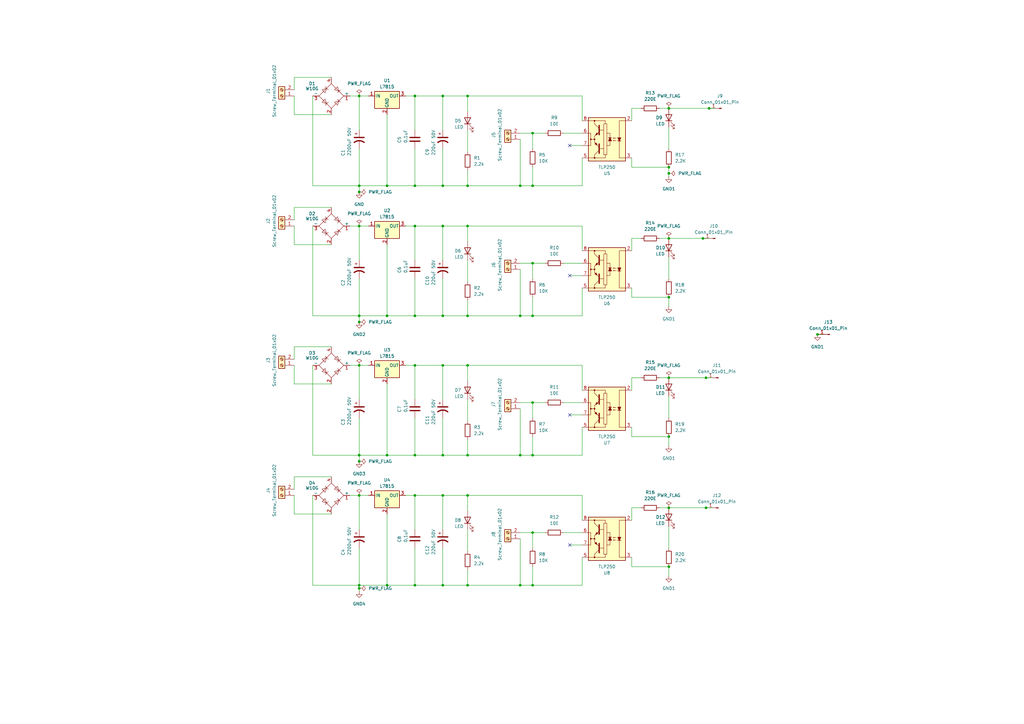
<source format=kicad_sch>
(kicad_sch (version 20231120) (generator "eeschema") (generator_version "8.0")
  (paper "A3")
  (title_block (title "Combined Gate Driver Circuit - 4 nos") (rev "1") (company "SAAM"))
  (lib_symbols
    (symbol "Connector:Conn_01x01_Pin" (pin_names (offset 1.016) hide)
      (property "Reference" "J" (at 0 2.54 0))
      (property "Value" "Conn_01x01_Pin" (at 0 -2.54 0))
      (symbol "Conn_01x01_Pin_1_1"
        (polyline (pts (xy 1.27 0) (xy 0.8636 0)) (stroke (width 0.1524)))
        (rectangle (start 0.8636 0.127) (end 0 -0.127) (stroke (width 0.1524)) (fill (type outline)))
        (pin passive line (at 5.08 0 180) (length 3.81) (name "Pin_1") (number "1"))
      )
    )
    (symbol "Connector:Screw_Terminal_01x02" (pin_names (offset 1.016) hide)
      (property "Reference" "J" (at 0 2.54 0))
      (property "Value" "Screw_Terminal_01x02" (at 0 -5.08 0))
      (symbol "Screw_Terminal_01x02_1_1"
        (rectangle (start -1.27 1.27) (end 1.27 -3.81) (stroke (width 0.254)) (fill (type background)))
        (circle (center 0 -2.54) (radius 0.635) (stroke (width 0.1524)))
        (polyline (pts (xy -0.5334 -2.2098) (xy 0.3302 -3.048)) (stroke (width 0.1524)))
        (polyline (pts (xy -0.5334 0.3302) (xy 0.3302 -0.508)) (stroke (width 0.1524)))
        (polyline (pts (xy -0.3556 -2.032) (xy 0.508 -2.8702)) (stroke (width 0.1524)))
        (polyline (pts (xy -0.3556 0.508) (xy 0.508 -0.3302)) (stroke (width 0.1524)))
        (circle (center 0 0) (radius 0.635) (stroke (width 0.1524)))
        (pin passive line (at -5.08 0 0) (length 3.81) (name "Pin_1") (number "1"))
        (pin passive line (at -5.08 -2.54 0) (length 3.81) (name "Pin_2") (number "2"))
      )
    )
    (symbol "Device:C" (pin_numbers hide) (pin_names (offset 0.254))
      (property "Reference" "C" (at 0.635 2.54 0))
      (property "Value" "C" (at 0.635 -2.54 0))
      (symbol "C_0_1"
        (polyline (pts (xy -2.032 -0.762) (xy 2.032 -0.762)) (stroke (width 0.508)))
        (polyline (pts (xy -2.032 0.762) (xy 2.032 0.762)) (stroke (width 0.508)))
      )
      (symbol "C_1_1"
        (pin passive line (at 0 3.81 270) (length 2.794) (name "~") (number "1"))
        (pin passive line (at 0 -3.81 90) (length 2.794) (name "~") (number "2"))
      )
    )
    (symbol "Device:C_Polarized_US" (pin_numbers hide) (pin_names (offset 0.254) hide)
      (property "Reference" "C" (at 0.635 2.54 0))
      (property "Value" "C_Polarized_US" (at 0.635 -2.54 0))
      (symbol "C_Polarized_US_0_1"
        (polyline (pts (xy -2.032 0.762) (xy 2.032 0.762)) (stroke (width 0.508)))
        (polyline (pts (xy -1.778 2.286) (xy -0.762 2.286)))
        (polyline (pts (xy -1.27 1.778) (xy -1.27 2.794)))
        (arc (start 2.032 -1.27) (mid 0 -0.5572) (end -2.032 -1.27) (stroke (width 0.508)))
      )
      (symbol "C_Polarized_US_1_1"
        (pin passive line (at 0 3.81 270) (length 2.794) (name "~") (number "1"))
        (pin passive line (at 0 -3.81 90) (length 3.302) (name "~") (number "2"))
      )
    )
    (symbol "Device:LED" (pin_numbers hide) (pin_names (offset 1.016) hide)
      (property "Reference" "D" (at 0 2.54 0))
      (property "Value" "LED" (at 0 -2.54 0))
      (symbol "LED_0_1"
        (polyline (pts (xy -1.27 -1.27) (xy -1.27 1.27)) (stroke (width 0.254)))
        (polyline (pts (xy -1.27 0) (xy 1.27 0)))
        (polyline (pts (xy 1.27 -1.27) (xy 1.27 1.27) (xy -1.27 0) (xy 1.27 -1.27)) (stroke (width 0.254)))
        (polyline (pts (xy -3.048 -0.762) (xy -4.572 -2.286) (xy -3.81 -2.286) (xy -4.572 -2.286) (xy -4.572 -1.524)))
        (polyline (pts (xy -1.778 -0.762) (xy -3.302 -2.286) (xy -2.54 -2.286) (xy -3.302 -2.286) (xy -3.302 -1.524)))
      )
      (symbol "LED_1_1"
        (pin passive line (at -3.81 0 0) (length 2.54) (name "K") (number "1"))
        (pin passive line (at 3.81 0 180) (length 2.54) (name "A") (number "2"))
      )
    )
    (symbol "Device:R" (pin_numbers hide) (pin_names (offset 0))
      (property "Reference" "R" (at 2.032 0 90))
      (property "Value" "R" (at 0 0 90))
      (symbol "R_0_1"
        (rectangle (start -1.016 -2.54) (end 1.016 2.54) (stroke (width 0.254)))
      )
      (symbol "R_1_1"
        (pin passive line (at 0 3.81 270) (length 1.27) (name "~") (number "1"))
        (pin passive line (at 0 -3.81 90) (length 1.27) (name "~") (number "2"))
      )
    )
    (symbol "Diode_Bridge:W10G" (pin_names (offset 0))
      (property "Reference" "D" (at 2.54 6.985 0))
      (property "Value" "W10G" (at 2.54 5.08 0))
      (symbol "W10G_0_1"
        (polyline (pts (xy -2.54 3.81) (xy -1.27 2.54)))
        (polyline (pts (xy -1.27 -2.54) (xy -2.54 -3.81)))
        (polyline (pts (xy 2.54 -1.27) (xy 3.81 -2.54)))
        (polyline (pts (xy 2.54 1.27) (xy 3.81 2.54)))
        (polyline (pts (xy -3.81 2.54) (xy -2.54 1.27) (xy -1.905 3.175) (xy -3.81 2.54)))
        (polyline (pts (xy -2.54 -1.27) (xy -3.81 -2.54) (xy -1.905 -3.175) (xy -2.54 -1.27)))
        (polyline (pts (xy 1.27 2.54) (xy 2.54 3.81) (xy 3.175 1.905) (xy 1.27 2.54)))
        (polyline (pts (xy 3.175 -1.905) (xy 1.27 -2.54) (xy 2.54 -3.81) (xy 3.175 -1.905)))
        (polyline (pts (xy -5.08 0) (xy 0 -5.08) (xy 5.08 0) (xy 0 5.08) (xy -5.08 0)))
      )
      (symbol "W10G_1_1"
        (pin passive line (at 7.62 0 180) (length 2.54) (name "+") (number "1"))
        (pin passive line (at 0 -7.62 90) (length 2.54) (name "~") (number "2"))
        (pin passive line (at -7.62 0 0) (length 2.54) (name "-") (number "3"))
        (pin passive line (at 0 7.62 270) (length 2.54) (name "~") (number "4"))
      )
    )
    (symbol "Driver_FET:TLP250" (pin_names hide)
      (property "Reference" "U" (at 0 12.7 0))
      (property "Value" "TLP250" (at 0 10.16 0))
      (symbol "TLP250_0_1"
        (rectangle (start -7.62 8.89) (end 7.62 -8.89) (stroke (width 0.254)) (fill (type background)))
        (polyline (pts (xy -5.715 -0.635) (xy -4.445 -0.635)) (stroke (width 0.254)))
        (polyline (pts (xy -0.635 0.635) (xy -1.905 0.635)) (stroke (width 0.254)))
        (polyline (pts (xy 3.048 -3.81) (xy 1.27 -3.81)))
        (polyline (pts (xy 3.048 3.81) (xy 1.27 3.81)))
        (polyline (pts (xy 3.175 -4.445) (xy 5.08 -6.35)))
        (polyline (pts (xy 3.175 4.445) (xy 5.08 6.35)))
        (polyline (pts (xy 5.08 -6.35) (xy 5.08 -7.62)))
        (polyline (pts (xy 5.08 -1.27) (xy 3.175 -3.175)) (fill (type outline)))
        (polyline (pts (xy 5.08 0) (xy 6.604 0)))
        (polyline (pts (xy 5.08 1.27) (xy 3.175 3.175)) (fill (type outline)))
        (polyline (pts (xy 5.08 6.35) (xy 5.08 7.62)))
        (polyline (pts (xy 7.62 7.62) (xy 0.635 7.62)))
        (polyline (pts (xy -1.27 -0.635) (xy -1.27 -2.54) (xy 0 -2.54)))
        (polyline (pts (xy -1.27 0.635) (xy -1.27 2.54) (xy 0 2.54)))
        (polyline (pts (xy 0.635 -6.35) (xy 0.635 -7.62) (xy 7.62 -7.62)))
        (polyline (pts (xy 3.175 -5.715) (xy 3.175 -1.905) (xy 3.175 -1.905)) (stroke (width 0.508)))
        (polyline (pts (xy 3.175 5.715) (xy 3.175 1.905) (xy 3.175 1.905)) (stroke (width 0.508)))
        (polyline (pts (xy -7.62 7.62) (xy -5.08 7.62) (xy -5.08 -7.62) (xy -7.62 -7.62)))
        (polyline (pts (xy -5.08 -0.635) (xy -5.715 0.635) (xy -4.445 0.635) (xy -5.08 -0.635)) (stroke (width 0.254)) (fill (type outline)))
        (polyline (pts (xy -1.27 0.635) (xy -0.635 -0.635) (xy -1.905 -0.635) (xy -1.27 0.635)) (stroke (width 0.254)) (fill (type outline)))
        (polyline (pts (xy 7.62 2.54) (xy 6.604 2.54) (xy 6.604 -2.54) (xy 7.62 -2.54)))
        (polyline (pts (xy -3.81 -0.508) (xy -2.54 -0.508) (xy -2.921 -0.635) (xy -2.921 -0.381) (xy -2.54 -0.508)))
        (polyline (pts (xy -3.81 0.508) (xy -2.54 0.508) (xy -2.921 0.381) (xy -2.921 0.635) (xy -2.54 0.508)))
        (polyline (pts (xy 1.27 6.35) (xy 1.27 -6.35) (xy 0 -6.35) (xy 0 6.35) (xy 1.27 6.35)))
        (polyline (pts (xy 3.683 2.159) (xy 4.191 2.667) (xy 4.699 1.651) (xy 3.683 2.159) (xy 3.683 2.159)) (fill (type outline)))
        (polyline (pts (xy 4.953 -1.905) (xy 4.445 -1.397) (xy 3.937 -2.413) (xy 4.953 -1.905) (xy 4.953 -1.905)) (fill (type outline)))
        (rectangle (start 0.635 6.35) (end 0.635 6.35))
        (rectangle (start 0.635 6.35) (end 0.635 7.62))
        (circle (center 5.08 -7.62) (radius 0.254) (fill (type outline)))
        (circle (center 5.08 0) (radius 0.254) (fill (type outline)))
        (rectangle (start 5.08 1.27) (end 5.08 -1.27))
        (circle (center 5.08 7.62) (radius 0.254) (fill (type outline)))
        (circle (center 6.604 0) (radius 0.254) (fill (type outline)))
      )
      (symbol "TLP250_1_1"
        (pin no_connect line (at -7.62 2.54 0) (length 2.54) hide (name "NC") (number "1"))
        (pin passive line (at -10.16 7.62 0) (length 2.54) (name "A") (number "2"))
        (pin passive line (at -10.16 -7.62 0) (length 2.54) (name "C") (number "3"))
        (pin no_connect line (at -7.62 -2.54 0) (length 2.54) hide (name "NC") (number "4"))
        (pin power_in line (at 10.16 -7.62 180) (length 2.54) (name "VEE") (number "5"))
        (pin output line (at 10.16 2.54 180) (length 2.54) (name "VO") (number "6"))
        (pin output line (at 10.16 -2.54 180) (length 2.54) (name "VO") (number "7"))
        (pin power_in line (at 10.16 7.62 180) (length 2.54) (name "VCC") (number "8"))
      )
    )
    (symbol "Regulator_Linear:L7815" (pin_names (offset 0.254))
      (property "Reference" "U" (at -3.81 3.175 0))
      (property "Value" "L7815" (at 0 3.175 0))
      (symbol "L7815_0_1"
        (rectangle (start -5.08 1.905) (end 5.08 -5.08) (stroke (width 0.254)) (fill (type background)))
      )
      (symbol "L7815_1_1"
        (pin power_in line (at -7.62 0 0) (length 2.54) (name "IN") (number "1"))
        (pin power_in line (at 0 -7.62 90) (length 2.54) (name "GND") (number "2"))
        (pin power_out line (at 7.62 0 180) (length 2.54) (name "OUT") (number "3"))
      )
    )
    (symbol "power:GND" (power) (pin_numbers hide) (pin_names (offset 0) hide)
      (property "Value" "GND" (at 0 -3.81 0))
      (symbol "GND_0_1"
        (polyline (pts (xy 0 0) (xy 0 -1.27) (xy 1.27 -1.27) (xy 0 -2.54) (xy -1.27 -1.27) (xy 0 -1.27)))
      )
      (symbol "GND_1_1"
        (pin power_in line (at 0 0 270) (length 0) (name "~") (number "1"))
      )
    )
    (symbol "power:GND2" (power) (pin_numbers hide) (pin_names (offset 0) hide)
      (property "Value" "GND2" (at 0 -3.81 0))
      (symbol "GND2_0_1"
        (polyline (pts (xy 0 0) (xy 0 -1.27) (xy 1.27 -1.27) (xy 0 -2.54) (xy -1.27 -1.27) (xy 0 -1.27)))
      )
      (symbol "GND2_1_1"
        (pin power_in line (at 0 0 270) (length 0) (name "~") (number "1"))
      )
    )
    (symbol "power:GND3" (power) (pin_numbers hide) (pin_names (offset 0) hide)
      (property "Value" "GND3" (at 0 -3.81 0))
      (symbol "GND3_0_1"
        (polyline (pts (xy 0 0) (xy 0 -1.27) (xy 1.27 -1.27) (xy 0 -2.54) (xy -1.27 -1.27) (xy 0 -1.27)))
      )
      (symbol "GND3_1_1"
        (pin power_in line (at 0 0 270) (length 0) (name "~") (number "1"))
      )
    )
    (symbol "power:PWR_FLAG" (power) (pin_numbers hide) (pin_names (offset 0) hide)
      (property "Value" "PWR_FLAG" (at 0 3.81 0))
      (symbol "PWR_FLAG_0_0"
        (pin power_out line (at 0 0 90) (length 0) (name "~") (number "1"))
      )
      (symbol "PWR_FLAG_0_1"
        (polyline (pts (xy 0 0) (xy 0 1.27) (xy -1.016 1.905) (xy 0 2.54) (xy 1.016 1.905) (xy 0 1.27)))
      )
    )
  )
  (junction (at 170.18 186.69))
  (junction (at 288.29 97.79))
  (junction (at 181.61 186.69))
  (junction (at 147.32 39.37))
  (junction (at 147.32 76.2))
  (junction (at 170.18 149.86))
  (junction (at 147.32 241.3))
  (junction (at 191.77 203.2))
  (junction (at 191.77 92.71))
  (junction (at 289.56 208.28))
  (junction (at 191.77 39.37))
  (junction (at 274.32 44.45))
  (junction (at 158.75 129.54))
  (junction (at 218.44 165.1))
  (junction (at 274.32 68.58))
  (junction (at 170.18 129.54))
  (junction (at 218.44 107.95))
  (junction (at 147.32 189.23))
  (junction (at 181.61 92.71))
  (junction (at 191.77 149.86))
  (junction (at 218.44 54.61))
  (junction (at 289.56 154.94))
  (junction (at 218.44 218.44))
  (junction (at 213.36 129.54))
  (junction (at 170.18 76.2))
  (junction (at 274.32 97.79))
  (junction (at 191.77 186.69))
  (junction (at 147.32 240.03))
  (junction (at 290.83 44.45))
  (junction (at 274.32 232.41))
  (junction (at 147.32 186.69))
  (junction (at 170.18 240.03))
  (junction (at 181.61 149.86))
  (junction (at 191.77 129.54))
  (junction (at 181.61 203.2))
  (junction (at 181.61 39.37))
  (junction (at 191.77 76.2))
  (junction (at 274.32 208.28))
  (junction (at 274.32 121.92))
  (junction (at 181.61 240.03))
  (junction (at 158.75 240.03))
  (junction (at 170.18 92.71))
  (junction (at 218.44 186.69))
  (junction (at 147.32 203.2))
  (junction (at 181.61 76.2))
  (junction (at 213.36 186.69))
  (junction (at 274.32 154.94))
  (junction (at 218.44 240.03))
  (junction (at 147.32 149.86))
  (junction (at 170.18 203.2))
  (junction (at 218.44 76.2))
  (junction (at 158.75 186.69))
  (junction (at 170.18 39.37))
  (junction (at 147.32 78.74))
  (junction (at 158.75 76.2))
  (junction (at 213.36 76.2))
  (junction (at 218.44 129.54))
  (junction (at 274.32 71.12))
  (junction (at 335.28 137.16))
  (junction (at 274.32 179.07))
  (junction (at 147.32 132.08))
  (junction (at 181.61 129.54))
  (junction (at 147.32 92.71))
  (junction (at 147.32 129.54))
  (junction (at 213.36 240.03))
  (junction (at 191.77 240.03))
  (no_connect (at 233.68 223.52))
  (no_connect (at 233.68 59.69))
  (no_connect (at 233.68 113.03))
  (no_connect (at 233.68 170.18))
  (wire (pts (xy 213.36 54.61) (xy 218.44 54.61)))
  (wire (pts (xy 231.14 54.61) (xy 238.76 54.61)))
  (wire (pts (xy 128.27 240.03) (xy 147.32 240.03)))
  (wire (pts (xy 147.32 129.54) (xy 147.32 132.08)))
  (wire (pts (xy 218.44 165.1) (xy 218.44 171.45)))
  (wire (pts (xy 233.68 113.03) (xy 238.76 113.03)))
  (wire (pts (xy 120.65 36.83) (xy 120.65 31.75)))
  (wire (pts (xy 259.08 232.41) (xy 274.32 232.41)))
  (wire (pts (xy 191.77 69.85) (xy 191.77 76.2)))
  (wire (pts (xy 158.75 46.99) (xy 158.75 76.2)))
  (wire (pts (xy 238.76 160.02) (xy 238.76 149.86)))
  (wire (pts (xy 120.65 142.24) (xy 135.89 142.24)))
  (wire (pts (xy 120.65 100.33) (xy 135.89 100.33)))
  (wire (pts (xy 238.76 228.6) (xy 238.76 240.03)))
  (wire (pts (xy 191.77 123.19) (xy 191.77 129.54)))
  (wire (pts (xy 218.44 179.07) (xy 218.44 186.69)))
  (wire (pts (xy 147.32 39.37) (xy 151.13 39.37)))
  (wire (pts (xy 158.75 129.54) (xy 170.18 129.54)))
  (wire (pts (xy 231.14 218.44) (xy 238.76 218.44)))
  (wire (pts (xy 170.18 39.37) (xy 170.18 53.34)))
  (wire (pts (xy 166.37 92.71) (xy 170.18 92.71)))
  (wire (pts (xy 191.77 45.72) (xy 191.77 39.37)))
  (wire (pts (xy 218.44 107.95) (xy 223.52 107.95)))
  (wire (pts (xy 128.27 76.2) (xy 147.32 76.2)))
  (wire (pts (xy 289.56 208.28) (xy 292.1 208.28)))
  (wire (pts (xy 213.36 129.54) (xy 218.44 129.54)))
  (wire (pts (xy 274.32 232.41) (xy 274.32 236.22)))
  (wire (pts (xy 147.32 76.2) (xy 158.75 76.2)))
  (wire (pts (xy 170.18 76.2) (xy 181.61 76.2)))
  (wire (pts (xy 120.65 46.99) (xy 135.89 46.99)))
  (wire (pts (xy 270.51 97.79) (xy 274.32 97.79)))
  (wire (pts (xy 147.32 129.54) (xy 147.32 114.3)))
  (wire (pts (xy 213.36 240.03) (xy 218.44 240.03)))
  (wire (pts (xy 213.36 167.64) (xy 213.36 186.69)))
  (wire (pts (xy 259.08 118.11) (xy 259.08 121.92)))
  (wire (pts (xy 181.61 163.83) (xy 181.61 149.86)))
  (wire (pts (xy 170.18 203.2) (xy 181.61 203.2)))
  (wire (pts (xy 191.77 53.34) (xy 191.77 62.23)))
  (wire (pts (xy 238.76 213.36) (xy 238.76 203.2)))
  (wire (pts (xy 274.32 162.56) (xy 274.32 171.45)))
  (wire (pts (xy 259.08 160.02) (xy 259.08 154.94)))
  (wire (pts (xy 270.51 154.94) (xy 274.32 154.94)))
  (wire (pts (xy 120.65 90.17) (xy 120.65 85.09)))
  (wire (pts (xy 238.76 102.87) (xy 238.76 92.71)))
  (wire (pts (xy 120.65 203.2) (xy 120.65 210.82)))
  (wire (pts (xy 147.32 203.2) (xy 147.32 217.17)))
  (wire (pts (xy 147.32 39.37) (xy 147.32 53.34)))
  (wire (pts (xy 238.76 118.11) (xy 238.76 129.54)))
  (wire (pts (xy 218.44 54.61) (xy 223.52 54.61)))
  (wire (pts (xy 259.08 213.36) (xy 259.08 208.28)))
  (wire (pts (xy 147.32 203.2) (xy 151.13 203.2)))
  (wire (pts (xy 158.75 76.2) (xy 170.18 76.2)))
  (wire (pts (xy 231.14 165.1) (xy 238.76 165.1)))
  (wire (pts (xy 231.14 107.95) (xy 238.76 107.95)))
  (wire (pts (xy 191.77 203.2) (xy 238.76 203.2)))
  (wire (pts (xy 158.75 157.48) (xy 158.75 186.69)))
  (wire (pts (xy 191.77 163.83) (xy 191.77 172.72)))
  (wire (pts (xy 120.65 92.71) (xy 120.65 100.33)))
  (wire (pts (xy 147.32 186.69) (xy 147.32 171.45)))
  (wire (pts (xy 181.61 129.54) (xy 191.77 129.54)))
  (wire (pts (xy 128.27 203.2) (xy 128.27 240.03)))
  (wire (pts (xy 274.32 105.41) (xy 274.32 114.3)))
  (wire (pts (xy 147.32 149.86) (xy 151.13 149.86)))
  (wire (pts (xy 128.27 39.37) (xy 128.27 76.2)))
  (wire (pts (xy 191.77 186.69) (xy 213.36 186.69)))
  (wire (pts (xy 147.32 129.54) (xy 158.75 129.54)))
  (wire (pts (xy 259.08 175.26) (xy 259.08 179.07)))
  (wire (pts (xy 170.18 92.71) (xy 181.61 92.71)))
  (wire (pts (xy 170.18 203.2) (xy 170.18 217.17)))
  (wire (pts (xy 233.68 170.18) (xy 238.76 170.18)))
  (wire (pts (xy 213.36 186.69) (xy 218.44 186.69)))
  (wire (pts (xy 147.32 240.03) (xy 158.75 240.03)))
  (wire (pts (xy 120.65 85.09) (xy 135.89 85.09)))
  (wire (pts (xy 120.65 195.58) (xy 135.89 195.58)))
  (wire (pts (xy 120.65 210.82) (xy 135.89 210.82)))
  (wire (pts (xy 238.76 49.53) (xy 238.76 39.37)))
  (wire (pts (xy 213.36 220.98) (xy 213.36 240.03)))
  (wire (pts (xy 274.32 121.92) (xy 274.32 125.73)))
  (wire (pts (xy 218.44 240.03) (xy 238.76 240.03)))
  (wire (pts (xy 191.77 149.86) (xy 238.76 149.86)))
  (wire (pts (xy 259.08 154.94) (xy 262.89 154.94)))
  (wire (pts (xy 128.27 92.71) (xy 128.27 129.54)))
  (wire (pts (xy 218.44 218.44) (xy 218.44 224.79)))
  (wire (pts (xy 170.18 114.3) (xy 170.18 129.54)))
  (wire (pts (xy 147.32 92.71) (xy 151.13 92.71)))
  (wire (pts (xy 259.08 179.07) (xy 274.32 179.07)))
  (wire (pts (xy 233.68 59.69) (xy 238.76 59.69)))
  (wire (pts (xy 181.61 240.03) (xy 191.77 240.03)))
  (wire (pts (xy 213.36 110.49) (xy 213.36 129.54)))
  (wire (pts (xy 218.44 54.61) (xy 218.44 60.96)))
  (wire (pts (xy 166.37 39.37) (xy 170.18 39.37)))
  (wire (pts (xy 218.44 129.54) (xy 238.76 129.54)))
  (wire (pts (xy 158.75 186.69) (xy 170.18 186.69)))
  (wire (pts (xy 218.44 218.44) (xy 223.52 218.44)))
  (wire (pts (xy 170.18 129.54) (xy 181.61 129.54)))
  (wire (pts (xy 181.61 203.2) (xy 191.77 203.2)))
  (wire (pts (xy 181.61 60.96) (xy 181.61 76.2)))
  (wire (pts (xy 143.51 203.2) (xy 147.32 203.2)))
  (wire (pts (xy 147.32 240.03) (xy 147.32 241.3)))
  (wire (pts (xy 147.32 76.2) (xy 147.32 78.74)))
  (wire (pts (xy 274.32 52.07) (xy 274.32 60.96)))
  (wire (pts (xy 288.29 97.79) (xy 290.83 97.79)))
  (wire (pts (xy 170.18 149.86) (xy 181.61 149.86)))
  (wire (pts (xy 120.65 31.75) (xy 135.89 31.75)))
  (wire (pts (xy 147.32 186.69) (xy 147.32 189.23)))
  (wire (pts (xy 335.28 137.16) (xy 337.82 137.16)))
  (wire (pts (xy 289.56 154.94) (xy 274.32 154.94)))
  (wire (pts (xy 147.32 149.86) (xy 147.32 163.83)))
  (wire (pts (xy 181.61 92.71) (xy 191.77 92.71)))
  (wire (pts (xy 166.37 149.86) (xy 170.18 149.86)))
  (wire (pts (xy 218.44 165.1) (xy 223.52 165.1)))
  (wire (pts (xy 213.36 57.15) (xy 213.36 76.2)))
  (wire (pts (xy 170.18 186.69) (xy 181.61 186.69)))
  (wire (pts (xy 259.08 121.92) (xy 274.32 121.92)))
  (wire (pts (xy 218.44 232.41) (xy 218.44 240.03)))
  (wire (pts (xy 181.61 39.37) (xy 191.77 39.37)))
  (wire (pts (xy 170.18 149.86) (xy 170.18 163.83)))
  (wire (pts (xy 166.37 203.2) (xy 170.18 203.2)))
  (wire (pts (xy 213.36 76.2) (xy 218.44 76.2)))
  (wire (pts (xy 213.36 107.95) (xy 218.44 107.95)))
  (wire (pts (xy 128.27 149.86) (xy 128.27 186.69)))
  (wire (pts (xy 158.75 210.82) (xy 158.75 240.03)))
  (wire (pts (xy 191.77 76.2) (xy 213.36 76.2)))
  (wire (pts (xy 259.08 228.6) (xy 259.08 232.41)))
  (wire (pts (xy 170.18 39.37) (xy 181.61 39.37)))
  (wire (pts (xy 259.08 64.77) (xy 259.08 68.58)))
  (wire (pts (xy 191.77 99.06) (xy 191.77 92.71)))
  (wire (pts (xy 181.61 217.17) (xy 181.61 203.2)))
  (wire (pts (xy 181.61 53.34) (xy 181.61 39.37)))
  (wire (pts (xy 120.65 200.66) (xy 120.65 195.58)))
  (wire (pts (xy 288.29 97.79) (xy 274.32 97.79)))
  (wire (pts (xy 128.27 129.54) (xy 147.32 129.54)))
  (wire (pts (xy 120.65 149.86) (xy 120.65 157.48)))
  (wire (pts (xy 191.77 209.55) (xy 191.77 203.2)))
  (wire (pts (xy 120.65 157.48) (xy 135.89 157.48)))
  (wire (pts (xy 274.32 179.07) (xy 274.32 182.88)))
  (wire (pts (xy 181.61 186.69) (xy 191.77 186.69)))
  (wire (pts (xy 213.36 165.1) (xy 218.44 165.1)))
  (wire (pts (xy 238.76 64.77) (xy 238.76 76.2)))
  (wire (pts (xy 191.77 156.21) (xy 191.77 149.86)))
  (wire (pts (xy 289.56 208.28) (xy 274.32 208.28)))
  (wire (pts (xy 274.32 215.9) (xy 274.32 224.79)))
  (wire (pts (xy 191.77 217.17) (xy 191.77 226.06)))
  (wire (pts (xy 289.56 154.94) (xy 292.1 154.94)))
  (wire (pts (xy 191.77 129.54) (xy 213.36 129.54)))
  (wire (pts (xy 181.61 114.3) (xy 181.61 129.54)))
  (wire (pts (xy 218.44 107.95) (xy 218.44 114.3)))
  (wire (pts (xy 191.77 180.34) (xy 191.77 186.69)))
  (wire (pts (xy 259.08 97.79) (xy 262.89 97.79)))
  (wire (pts (xy 259.08 208.28) (xy 262.89 208.28)))
  (wire (pts (xy 170.18 92.71) (xy 170.18 106.68)))
  (wire (pts (xy 170.18 171.45) (xy 170.18 186.69)))
  (wire (pts (xy 218.44 186.69) (xy 238.76 186.69)))
  (wire (pts (xy 290.83 44.45) (xy 293.37 44.45)))
  (wire (pts (xy 147.32 241.3) (xy 147.32 242.57)))
  (wire (pts (xy 181.61 76.2) (xy 191.77 76.2)))
  (wire (pts (xy 170.18 224.79) (xy 170.18 240.03)))
  (wire (pts (xy 259.08 68.58) (xy 274.32 68.58)))
  (wire (pts (xy 191.77 233.68) (xy 191.77 240.03)))
  (wire (pts (xy 238.76 175.26) (xy 238.76 186.69)))
  (wire (pts (xy 147.32 240.03) (xy 147.32 224.79)))
  (wire (pts (xy 191.77 106.68) (xy 191.77 115.57)))
  (wire (pts (xy 128.27 186.69) (xy 147.32 186.69)))
  (wire (pts (xy 259.08 49.53) (xy 259.08 44.45)))
  (wire (pts (xy 181.61 171.45) (xy 181.61 186.69)))
  (wire (pts (xy 274.32 68.58) (xy 274.32 71.12)))
  (wire (pts (xy 147.32 92.71) (xy 147.32 106.68)))
  (wire (pts (xy 170.18 240.03) (xy 181.61 240.03)))
  (wire (pts (xy 181.61 224.79) (xy 181.61 240.03)))
  (wire (pts (xy 259.08 44.45) (xy 262.89 44.45)))
  (wire (pts (xy 170.18 60.96) (xy 170.18 76.2)))
  (wire (pts (xy 218.44 76.2) (xy 238.76 76.2)))
  (wire (pts (xy 143.51 92.71) (xy 147.32 92.71)))
  (wire (pts (xy 218.44 68.58) (xy 218.44 76.2)))
  (wire (pts (xy 158.75 240.03) (xy 170.18 240.03)))
  (wire (pts (xy 233.68 223.52) (xy 238.76 223.52)))
  (wire (pts (xy 213.36 218.44) (xy 218.44 218.44)))
  (wire (pts (xy 120.65 147.32) (xy 120.65 142.24)))
  (wire (pts (xy 191.77 240.03) (xy 213.36 240.03)))
  (wire (pts (xy 158.75 100.33) (xy 158.75 129.54)))
  (wire (pts (xy 181.61 106.68) (xy 181.61 92.71)))
  (wire (pts (xy 191.77 39.37) (xy 238.76 39.37)))
  (wire (pts (xy 147.32 76.2) (xy 147.32 60.96)))
  (wire (pts (xy 191.77 92.71) (xy 238.76 92.71)))
  (wire (pts (xy 143.51 149.86) (xy 147.32 149.86)))
  (wire (pts (xy 274.32 71.12) (xy 274.32 72.39)))
  (wire (pts (xy 120.65 39.37) (xy 120.65 46.99)))
  (wire (pts (xy 270.51 44.45) (xy 274.32 44.45)))
  (wire (pts (xy 147.32 186.69) (xy 158.75 186.69)))
  (wire (pts (xy 181.61 149.86) (xy 191.77 149.86)))
  (wire (pts (xy 259.08 102.87) (xy 259.08 97.79)))
  (wire (pts (xy 290.83 44.45) (xy 274.32 44.45)))
  (wire (pts (xy 218.44 121.92) (xy 218.44 129.54)))
  (wire (pts (xy 270.51 208.28) (xy 274.32 208.28)))
  (wire (pts (xy 143.51 39.37) (xy 147.32 39.37)))
  (symbol (lib_id "Diode_Bridge:W10G") (at 135.89 92.71 0) (unit 1)
    (property "Reference" "D2" (at 128.016 87.63 0))
    (property "Value" "W10G" (at 128.016 89.662 0))
    (property "Footprint" "Diode_THT:Diode_Bridge_Round_D9.8mm" (effects (hide yes)))
    (property "Datasheet" "https://www.vishay.com/docs/88769/woo5g.pdf" (effects (hide yes)))
    (property "Description" "Glass Passivated Single-Phase Bridge Rectifier, 700V Vrms, 1.5A If, WOG package" (effects (hide yes)))
  )
  (symbol (lib_id "power:GND") (at 274.32 182.88 0) (unit 1)
    (property "Reference" "#PWR07" (effects (hide yes)))
    (property "Value" "GND1" (at 274.32 187.96 0))
    (property "Description" "Power symbol creates a global label with name \"GND\" , ground" (effects (hide yes)))
  )
  (symbol (lib_id "Device:C_Polarized_US") (at 181.61 167.64 0) (unit 1)
    (property "Reference" "C11" (at 175.26 174.244 90) (effects (justify left)))
    (property "Value" "220uF 50V" (at 177.8 174.244 90) (effects (justify left)))
    (property "Footprint" "Capacitor_THT:CP_Radial_D10.0mm_P5.00mm" (effects (hide yes)))
    (property "Description" "Polarized capacitor, US symbol" (effects (hide yes)))
  )
  (symbol (lib_id "Device:R") (at 191.77 66.04 0) (unit 1)
    (property "Reference" "R1" (at 194.31 64.7699 0) (effects (justify left)))
    (property "Value" "2.2k" (at 194.31 67.3099 0) (effects (justify left)))
    (property "Footprint" "Resistor_THT:R_Axial_DIN0207_L6.3mm_D2.5mm_P10.16mm_Horizontal" (effects (hide yes)))
    (property "Description" "Resistor" (effects (hide yes)))
  )
  (symbol (lib_id "Device:R") (at 218.44 175.26 0) (unit 1)
    (property "Reference" "R7" (at 220.98 173.9899 0) (effects (justify left)))
    (property "Value" "10K" (at 220.98 176.5299 0) (effects (justify left)))
    (property "Footprint" "Resistor_THT:R_Axial_DIN0207_L6.3mm_D2.5mm_P10.16mm_Horizontal" (effects (hide yes)))
    (property "Description" "Resistor" (effects (hide yes)))
  )
  (symbol (lib_id "Device:R") (at 218.44 228.6 0) (unit 1)
    (property "Reference" "R8" (at 220.98 227.3299 0) (effects (justify left)))
    (property "Value" "10K" (at 220.98 229.8699 0) (effects (justify left)))
    (property "Footprint" "Resistor_THT:R_Axial_DIN0207_L6.3mm_D2.5mm_P10.16mm_Horizontal" (effects (hide yes)))
    (property "Description" "Resistor" (effects (hide yes)))
  )
  (symbol (lib_id "power:GND2") (at 147.32 132.08 0) (unit 1)
    (property "Reference" "#PWR010" (effects (hide yes)))
    (property "Value" "GND2" (at 147.32 137.16 0))
    (property "Description" "Power symbol creates a global label with name \"GND2\" , ground" (effects (hide yes)))
  )
  (symbol (lib_id "Device:R") (at 191.77 229.87 0) (unit 1)
    (property "Reference" "R4" (at 194.31 228.5999 0) (effects (justify left)))
    (property "Value" "2.2k" (at 194.31 231.1399 0) (effects (justify left)))
    (property "Footprint" "Resistor_THT:R_Axial_DIN0207_L6.3mm_D2.5mm_P10.16mm_Horizontal" (effects (hide yes)))
    (property "Description" "Resistor" (effects (hide yes)))
  )
  (symbol (lib_id "Diode_Bridge:W10G") (at 135.89 149.86 0) (unit 1)
    (property "Reference" "D3" (at 128.016 144.78 0))
    (property "Value" "W10G" (at 128.016 146.812 0))
    (property "Footprint" "Diode_THT:Diode_Bridge_Round_D9.8mm" (effects (hide yes)))
    (property "Datasheet" "https://www.vishay.com/docs/88769/woo5g.pdf" (effects (hide yes)))
    (property "Description" "Glass Passivated Single-Phase Bridge Rectifier, 700V Vrms, 1.5A If, WOG package" (effects (hide yes)))
  )
  (symbol (lib_id "Regulator_Linear:L7815") (at 158.75 92.71 0) (unit 1)
    (property "Reference" "U2" (at 158.75 86.36 0))
    (property "Value" "L7815" (at 158.75 88.9 0))
    (property "Footprint" "Package_TO_SOT_THT:TO-220-3_Vertical" (effects (hide yes)))
    (property "Datasheet" "http://www.st.com/content/ccc/resource/technical/document/datasheet/41/4f/b3/b0/12/d4/47/88/CD00000444.pdf/files/CD00000444.pdf/jcr:content/translations/en.CD00000444.pdf" (effects (hide yes)))
    (property "Description" "Positive 1.5A 35V Linear Regulator, Fixed Output 15V, TO-220/TO-263/TO-252" (effects (hide yes)))
  )
  (symbol (lib_id "Driver_FET:TLP250") (at 248.92 220.98 0) (mirror y) (unit 1)
    (property "Reference" "U8" (at 248.92 234.95 0))
    (property "Value" "TLP250" (at 248.92 232.41 0))
    (property "Footprint" "Package_DIP:DIP-8_W7.62mm" (effects (hide yes)))
    (property "Datasheet" "http://toshiba.semicon-storage.com/info/docget.jsp?did=16821&prodName=TLP250" (effects (hide yes)))
    (property "Description" "Gate Drive Optocoupler, Output Current 1.5/1.5A, DIP-8" (effects (hide yes)))
  )
  (symbol (lib_id "Diode_Bridge:W10G") (at 135.89 39.37 0) (unit 1)
    (property "Reference" "D1" (at 128.016 34.29 0))
    (property "Value" "W10G" (at 128.016 36.322 0))
    (property "Footprint" "Diode_THT:Diode_Bridge_Round_D9.8mm" (effects (hide yes)))
    (property "Datasheet" "https://www.vishay.com/docs/88769/woo5g.pdf" (effects (hide yes)))
    (property "Description" "Glass Passivated Single-Phase Bridge Rectifier, 700V Vrms, 1.5A If, WOG package" (effects (hide yes)))
  )
  (symbol (lib_id "Device:R") (at 266.7 97.79 90) (unit 1)
    (property "Reference" "R14" (at 266.7 91.44 90))
    (property "Value" "220E" (at 266.7 93.98 90))
    (property "Footprint" "Resistor_THT:R_Axial_DIN0207_L6.3mm_D2.5mm_P10.16mm_Horizontal" (effects (hide yes)))
    (property "Description" "Resistor" (effects (hide yes)))
  )
  (symbol (lib_id "Device:R") (at 227.33 107.95 90) (unit 1)
    (property "Reference" "R10" (at 227.33 101.6 90))
    (property "Value" "10E" (at 227.33 104.14 90))
    (property "Footprint" "Resistor_THT:R_Axial_DIN0207_L6.3mm_D2.5mm_P10.16mm_Horizontal" (effects (hide yes)))
    (property "Description" "Resistor" (effects (hide yes)))
  )
  (symbol (lib_id "Device:C_Polarized_US") (at 181.61 57.15 0) (unit 1)
    (property "Reference" "C9" (at 175.26 63.754 90) (effects (justify left)))
    (property "Value" "220uF 50V" (at 177.8 63.754 90) (effects (justify left)))
    (property "Footprint" "Capacitor_THT:CP_Radial_D10.0mm_P5.00mm" (effects (hide yes)))
    (property "Description" "Polarized capacitor, US symbol" (effects (hide yes)))
  )
  (symbol (lib_id "Driver_FET:TLP250") (at 248.92 57.15 0) (mirror y) (unit 1)
    (property "Reference" "U5" (at 248.92 71.12 0))
    (property "Value" "TLP250" (at 248.92 68.58 0))
    (property "Footprint" "Package_DIP:DIP-8_W7.62mm" (effects (hide yes)))
    (property "Datasheet" "http://toshiba.semicon-storage.com/info/docget.jsp?did=16821&prodName=TLP250" (effects (hide yes)))
    (property "Description" "Gate Drive Optocoupler, Output Current 1.5/1.5A, DIP-8" (effects (hide yes)))
  )
  (symbol (lib_id "Device:R") (at 218.44 64.77 0) (unit 1)
    (property "Reference" "R5" (at 220.98 63.4999 0) (effects (justify left)))
    (property "Value" "10K" (at 220.98 66.0399 0) (effects (justify left)))
    (property "Footprint" "Resistor_THT:R_Axial_DIN0207_L6.3mm_D2.5mm_P10.16mm_Horizontal" (effects (hide yes)))
    (property "Description" "Resistor" (effects (hide yes)))
  )
  (symbol (lib_id "Connector:Screw_Terminal_01x02") (at 115.57 149.86 180) (unit 1)
    (property "Reference" "J3" (at 109.982 147.828 90))
    (property "Value" "Screw_Terminal_01x02" (at 112.522 147.828 90))
    (property "Footprint" "TerminalBlock_Phoenix:TerminalBlock_Phoenix_MKDS-1,5-2_1x02_P5.00mm_Horizontal" (effects (hide yes)))
    (property "Description" "Generic screw terminal, single row, 01x02, script generated (kicad-library-utils/schlib/autogen/connector/)" (effects (hide yes)))
  )
  (symbol (lib_id "Device:LED") (at 274.32 48.26 90) (unit 1)
    (property "Reference" "D9" (at 268.986 48.26 90) (effects (justify right)))
    (property "Value" "LED" (at 268.986 50.8 90) (effects (justify right)))
    (property "Footprint" "LED_THT:LED_D5.0mm" (effects (hide yes)))
    (property "Description" "Light emitting diode" (effects (hide yes)))
  )
  (symbol (lib_id "power:GND") (at 274.32 72.39 0) (unit 1)
    (property "Reference" "#PWR05" (effects (hide yes)))
    (property "Value" "GND1" (at 274.32 77.47 0))
    (property "Description" "Power symbol creates a global label with name \"GND\" , ground" (effects (hide yes)))
  )
  (symbol (lib_id "Connector:Screw_Terminal_01x02") (at 208.28 220.98 180) (unit 1)
    (property "Reference" "J8" (at 202.438 219.202 90))
    (property "Value" "Screw_Terminal_01x02" (at 204.978 219.202 90))
    (property "Footprint" "TerminalBlock_Phoenix:TerminalBlock_Phoenix_MKDS-1,5-2_1x02_P5.00mm_Horizontal" (effects (hide yes)))
    (property "Description" "Generic screw terminal, single row, 01x02, script generated (kicad-library-utils/schlib/autogen/connector/)" (effects (hide yes)))
  )
  (symbol (lib_id "power:PWR_FLAG") (at 274.32 44.45 0) (unit 1)
    (property "Reference" "#FLG09" (effects (hide yes)))
    (property "Value" "PWR_FLAG" (at 274.32 39.37 0))
    (property "Description" "Special symbol for telling ERC where power comes from" (effects (hide yes)))
  )
  (symbol (lib_id "power:GND") (at 147.32 78.74 0) (unit 1)
    (property "Reference" "#PWR01" (effects (hide yes)))
    (property "Value" "GND" (at 147.32 83.82 0))
    (property "Description" "Power symbol creates a global label with name \"GND\" , ground" (effects (hide yes)))
  )
  (symbol (lib_id "Device:R") (at 191.77 119.38 0) (unit 1)
    (property "Reference" "R2" (at 194.31 118.1099 0) (effects (justify left)))
    (property "Value" "2.2k" (at 194.31 120.6499 0) (effects (justify left)))
    (property "Footprint" "Resistor_THT:R_Axial_DIN0207_L6.3mm_D2.5mm_P10.16mm_Horizontal" (effects (hide yes)))
    (property "Description" "Resistor" (effects (hide yes)))
  )
  (symbol (lib_id "Device:C_Polarized_US") (at 147.32 57.15 0) (unit 1)
    (property "Reference" "C1" (at 140.716 64.008 90) (effects (justify left)))
    (property "Value" "2200uF 50V" (at 143.256 64.008 90) (effects (justify left)))
    (property "Footprint" "Capacitor_THT:CP_Radial_D18.0mm_P7.50mm" (effects (hide yes)))
    (property "Description" "Polarized capacitor, US symbol" (effects (hide yes)))
  )
  (symbol (lib_id "Device:R") (at 266.7 208.28 90) (unit 1)
    (property "Reference" "R16" (at 266.7 201.93 90))
    (property "Value" "220E" (at 266.7 204.47 90))
    (property "Footprint" "Resistor_THT:R_Axial_DIN0207_L6.3mm_D2.5mm_P10.16mm_Horizontal" (effects (hide yes)))
    (property "Description" "Resistor" (effects (hide yes)))
  )
  (symbol (lib_id "power:PWR_FLAG") (at 274.32 71.12 270) (unit 1)
    (property "Reference" "#FLG04" (effects (hide yes)))
    (property "Value" "PWR_FLAG" (at 278.13 71.1199 90) (effects (justify left)))
    (property "Description" "Special symbol for telling ERC where power comes from" (effects (hide yes)))
  )
  (symbol (lib_id "power:PWR_FLAG") (at 147.32 78.74 270) (unit 1)
    (property "Reference" "#FLG02" (effects (hide yes)))
    (property "Value" "PWR_FLAG" (at 151.13 78.7399 90) (effects (justify left)))
    (property "Description" "Special symbol for telling ERC where power comes from" (effects (hide yes)))
  )
  (symbol (lib_id "Device:C") (at 170.18 57.15 0) (unit 1)
    (property "Reference" "C5" (at 163.83 58.674 90) (effects (justify left)))
    (property "Value" "0.1uF" (at 166.37 58.674 90) (effects (justify left)))
    (property "Footprint" "Capacitor_THT:C_Disc_D7.5mm_W5.0mm_P5.00mm" (effects (hide yes)))
    (property "Description" "Unpolarized capacitor" (effects (hide yes)))
  )
  (symbol (lib_id "Device:LED") (at 274.32 212.09 90) (unit 1)
    (property "Reference" "D12" (at 268.986 212.09 90) (effects (justify right)))
    (property "Value" "LED" (at 268.986 214.63 90) (effects (justify right)))
    (property "Footprint" "LED_THT:LED_D5.0mm" (effects (hide yes)))
    (property "Description" "Light emitting diode" (effects (hide yes)))
  )
  (symbol (lib_id "Device:LED") (at 191.77 160.02 90) (unit 1)
    (property "Reference" "D7" (at 186.436 160.02 90) (effects (justify right)))
    (property "Value" "LED" (at 186.436 162.56 90) (effects (justify right)))
    (property "Footprint" "LED_THT:LED_D5.0mm" (effects (hide yes)))
    (property "Description" "Light emitting diode" (effects (hide yes)))
  )
  (symbol (lib_id "Device:LED") (at 274.32 101.6 90) (unit 1)
    (property "Reference" "D10" (at 268.986 101.6 90) (effects (justify right)))
    (property "Value" "LED" (at 268.986 104.14 90) (effects (justify right)))
    (property "Footprint" "LED_THT:LED_D5.0mm" (effects (hide yes)))
    (property "Description" "Light emitting diode" (effects (hide yes)))
  )
  (symbol (lib_id "Device:R") (at 274.32 228.6 0) (unit 1)
    (property "Reference" "R20" (at 276.86 227.3299 0) (effects (justify left)))
    (property "Value" "2.2K" (at 276.86 229.8699 0) (effects (justify left)))
    (property "Footprint" "Resistor_THT:R_Axial_DIN0207_L6.3mm_D2.5mm_P10.16mm_Horizontal" (effects (hide yes)))
    (property "Description" "Resistor" (effects (hide yes)))
  )
  (symbol (lib_id "Device:LED") (at 191.77 102.87 90) (unit 1)
    (property "Reference" "D6" (at 186.436 102.87 90) (effects (justify right)))
    (property "Value" "LED" (at 186.436 105.41 90) (effects (justify right)))
    (property "Footprint" "LED_THT:LED_D5.0mm" (effects (hide yes)))
    (property "Description" "Light emitting diode" (effects (hide yes)))
  )
  (symbol (lib_id "power:PWR_FLAG") (at 274.32 208.28 0) (unit 1)
    (property "Reference" "#FLG015" (effects (hide yes)))
    (property "Value" "PWR_FLAG" (at 274.32 203.2 0))
    (property "Description" "Special symbol for telling ERC where power comes from" (effects (hide yes)))
  )
  (symbol (lib_id "power:PWR_FLAG") (at 147.32 149.86 0) (unit 1)
    (property "Reference" "#FLG05" (effects (hide yes)))
    (property "Value" "PWR_FLAG" (at 147.32 144.78 0))
    (property "Description" "Special symbol for telling ERC where power comes from" (effects (hide yes)))
  )
  (symbol (lib_id "Device:R") (at 274.32 64.77 0) (unit 1)
    (property "Reference" "R17" (at 276.86 63.4999 0) (effects (justify left)))
    (property "Value" "2.2K" (at 276.86 66.0399 0) (effects (justify left)))
    (property "Footprint" "Resistor_THT:R_Axial_DIN0207_L6.3mm_D2.5mm_P10.16mm_Horizontal" (effects (hide yes)))
    (property "Description" "Resistor" (effects (hide yes)))
  )
  (symbol (lib_id "Regulator_Linear:L7815") (at 158.75 149.86 0) (unit 1)
    (property "Reference" "U3" (at 158.75 143.51 0))
    (property "Value" "L7815" (at 158.75 146.05 0))
    (property "Footprint" "Package_TO_SOT_THT:TO-220-3_Vertical" (effects (hide yes)))
    (property "Datasheet" "http://www.st.com/content/ccc/resource/technical/document/datasheet/41/4f/b3/b0/12/d4/47/88/CD00000444.pdf/files/CD00000444.pdf/jcr:content/translations/en.CD00000444.pdf" (effects (hide yes)))
    (property "Description" "Positive 1.5A 35V Linear Regulator, Fixed Output 15V, TO-220/TO-263/TO-252" (effects (hide yes)))
  )
  (symbol (lib_id "Device:R") (at 274.32 175.26 0) (unit 1)
    (property "Reference" "R19" (at 276.86 173.9899 0) (effects (justify left)))
    (property "Value" "2.2K" (at 276.86 176.5299 0) (effects (justify left)))
    (property "Footprint" "Resistor_THT:R_Axial_DIN0207_L6.3mm_D2.5mm_P10.16mm_Horizontal" (effects (hide yes)))
    (property "Description" "Resistor" (effects (hide yes)))
  )
  (symbol (lib_id "power:GND") (at 335.28 137.16 0) (unit 1)
    (property "Reference" "#PWR03" (effects (hide yes)))
    (property "Value" "GND1" (at 335.28 142.24 0))
    (property "Description" "Power symbol creates a global label with name \"GND\" , ground" (effects (hide yes)))
  )
  (symbol (lib_id "Device:C") (at 170.18 167.64 0) (unit 1)
    (property "Reference" "C7" (at 163.83 169.164 90) (effects (justify left)))
    (property "Value" "0.1uF" (at 166.37 169.164 90) (effects (justify left)))
    (property "Footprint" "Capacitor_THT:C_Disc_D7.5mm_W5.0mm_P5.00mm" (effects (hide yes)))
    (property "Description" "Unpolarized capacitor" (effects (hide yes)))
  )
  (symbol (lib_id "power:PWR_FLAG") (at 274.32 154.94 0) (unit 1)
    (property "Reference" "#FLG013" (effects (hide yes)))
    (property "Value" "PWR_FLAG" (at 274.32 149.86 0))
    (property "Description" "Special symbol for telling ERC where power comes from" (effects (hide yes)))
  )
  (symbol (lib_id "Device:LED") (at 274.32 158.75 90) (unit 1)
    (property "Reference" "D11" (at 268.986 158.75 90) (effects (justify right)))
    (property "Value" "LED" (at 268.986 161.29 90) (effects (justify right)))
    (property "Footprint" "LED_THT:LED_D5.0mm" (effects (hide yes)))
    (property "Description" "Light emitting diode" (effects (hide yes)))
  )
  (symbol (lib_id "Connector:Conn_01x01_Pin") (at 340.36 137.16 180) (unit 1)
    (property "Reference" "J13" (at 339.725 132.08 0))
    (property "Value" "Conn_01x01_Pin" (at 339.725 134.62 0))
    (property "Footprint" "Connector_PinHeader_2.54mm:PinHeader_1x01_P2.54mm_Vertical" (effects (hide yes)))
    (property "Description" "Generic connector, single row, 01x01, script generated" (effects (hide yes)))
  )
  (symbol (lib_id "Device:R") (at 227.33 218.44 90) (unit 1)
    (property "Reference" "R12" (at 227.33 212.09 90))
    (property "Value" "10E" (at 227.33 214.63 90))
    (property "Footprint" "Resistor_THT:R_Axial_DIN0207_L6.3mm_D2.5mm_P10.16mm_Horizontal" (effects (hide yes)))
    (property "Description" "Resistor" (effects (hide yes)))
  )
  (symbol (lib_id "Connector:Screw_Terminal_01x02") (at 115.57 203.2 180) (unit 1)
    (property "Reference" "J4" (at 109.982 201.168 90))
    (property "Value" "Screw_Terminal_01x02" (at 112.522 201.168 90))
    (property "Footprint" "TerminalBlock_Phoenix:TerminalBlock_Phoenix_MKDS-1,5-2_1x02_P5.00mm_Horizontal" (effects (hide yes)))
    (property "Description" "Generic screw terminal, single row, 01x02, script generated (kicad-library-utils/schlib/autogen/connector/)" (effects (hide yes)))
  )
  (symbol (lib_id "Device:R") (at 266.7 154.94 90) (unit 1)
    (property "Reference" "R15" (at 266.7 148.59 90))
    (property "Value" "220E" (at 266.7 151.13 90))
    (property "Footprint" "Resistor_THT:R_Axial_DIN0207_L6.3mm_D2.5mm_P10.16mm_Horizontal" (effects (hide yes)))
    (property "Description" "Resistor" (effects (hide yes)))
  )
  (symbol (lib_id "Connector:Screw_Terminal_01x02") (at 208.28 57.15 180) (unit 1)
    (property "Reference" "J5" (at 202.438 55.372 90))
    (property "Value" "Screw_Terminal_01x02" (at 204.978 55.372 90))
    (property "Footprint" "TerminalBlock_Phoenix:TerminalBlock_Phoenix_MKDS-1,5-2_1x02_P5.00mm_Horizontal" (effects (hide yes)))
    (property "Description" "Generic screw terminal, single row, 01x02, script generated (kicad-library-utils/schlib/autogen/connector/)" (effects (hide yes)))
  )
  (symbol (lib_id "Device:C") (at 170.18 110.49 0) (unit 1)
    (property "Reference" "C6" (at 163.83 112.014 90) (effects (justify left)))
    (property "Value" "0.1uF" (at 166.37 112.014 90) (effects (justify left)))
    (property "Footprint" "Capacitor_THT:C_Disc_D7.5mm_W5.0mm_P5.00mm" (effects (hide yes)))
    (property "Description" "Unpolarized capacitor" (effects (hide yes)))
  )
  (symbol (lib_id "Device:LED") (at 191.77 49.53 90) (unit 1)
    (property "Reference" "D5" (at 186.436 49.53 90) (effects (justify right)))
    (property "Value" "LED" (at 186.436 52.07 90) (effects (justify right)))
    (property "Footprint" "LED_THT:LED_D5.0mm" (effects (hide yes)))
    (property "Description" "Light emitting diode" (effects (hide yes)))
  )
  (symbol (lib_id "Connector:Screw_Terminal_01x02") (at 115.57 92.71 180) (unit 1)
    (property "Reference" "J2" (at 109.982 90.678 90))
    (property "Value" "Screw_Terminal_01x02" (at 112.522 90.678 90))
    (property "Footprint" "TerminalBlock_Phoenix:TerminalBlock_Phoenix_MKDS-1,5-2_1x02_P5.00mm_Horizontal" (effects (hide yes)))
    (property "Description" "Generic screw terminal, single row, 01x02, script generated (kicad-library-utils/schlib/autogen/connector/)" (effects (hide yes)))
  )
  (symbol (lib_id "Device:R") (at 227.33 54.61 90) (unit 1)
    (property "Reference" "R9" (at 227.33 48.26 90))
    (property "Value" "10E" (at 227.33 50.8 90))
    (property "Footprint" "Resistor_THT:R_Axial_DIN0207_L6.3mm_D2.5mm_P10.16mm_Horizontal" (effects (hide yes)))
    (property "Description" "Resistor" (effects (hide yes)))
  )
  (symbol (lib_id "Device:R") (at 191.77 176.53 0) (unit 1)
    (property "Reference" "R3" (at 194.31 175.2599 0) (effects (justify left)))
    (property "Value" "2.2k" (at 194.31 177.7999 0) (effects (justify left)))
    (property "Footprint" "Resistor_THT:R_Axial_DIN0207_L6.3mm_D2.5mm_P10.16mm_Horizontal" (effects (hide yes)))
    (property "Description" "Resistor" (effects (hide yes)))
  )
  (symbol (lib_id "Regulator_Linear:L7815") (at 158.75 203.2 0) (unit 1)
    (property "Reference" "U4" (at 158.75 196.85 0))
    (property "Value" "L7815" (at 158.75 199.39 0))
    (property "Footprint" "Package_TO_SOT_THT:TO-220-3_Vertical" (effects (hide yes)))
    (property "Datasheet" "http://www.st.com/content/ccc/resource/technical/document/datasheet/41/4f/b3/b0/12/d4/47/88/CD00000444.pdf/files/CD00000444.pdf/jcr:content/translations/en.CD00000444.pdf" (effects (hide yes)))
    (property "Description" "Positive 1.5A 35V Linear Regulator, Fixed Output 15V, TO-220/TO-263/TO-252" (effects (hide yes)))
  )
  (symbol (lib_id "power:GND") (at 147.32 242.57 0) (unit 1)
    (property "Reference" "#PWR04" (effects (hide yes)))
    (property "Value" "GND4" (at 147.32 247.65 0))
    (property "Description" "Power symbol creates a global label with name \"GND\" , ground" (effects (hide yes)))
  )
  (symbol (lib_id "Connector:Conn_01x01_Pin") (at 295.91 44.45 180) (unit 1)
    (property "Reference" "J9" (at 295.275 39.37 0))
    (property "Value" "Conn_01x01_Pin" (at 295.275 41.91 0))
    (property "Footprint" "Connector_PinHeader_2.54mm:PinHeader_1x01_P2.54mm_Vertical" (effects (hide yes)))
    (property "Description" "Generic connector, single row, 01x01, script generated" (effects (hide yes)))
  )
  (symbol (lib_id "Device:C_Polarized_US") (at 181.61 110.49 0) (unit 1)
    (property "Reference" "C10" (at 175.26 117.094 90) (effects (justify left)))
    (property "Value" "220uF 50V" (at 177.8 117.094 90) (effects (justify left)))
    (property "Footprint" "Capacitor_THT:CP_Radial_D10.0mm_P5.00mm" (effects (hide yes)))
    (property "Description" "Polarized capacitor, US symbol" (effects (hide yes)))
  )
  (symbol (lib_id "Connector:Conn_01x01_Pin") (at 293.37 97.79 180) (unit 1)
    (property "Reference" "J10" (at 292.735 92.71 0))
    (property "Value" "Conn_01x01_Pin" (at 292.735 95.25 0))
    (property "Footprint" "Connector_PinHeader_2.54mm:PinHeader_1x01_P2.54mm_Vertical" (effects (hide yes)))
    (property "Description" "Generic connector, single row, 01x01, script generated" (effects (hide yes)))
  )
  (symbol (lib_id "Device:R") (at 266.7 44.45 90) (unit 1)
    (property "Reference" "R13" (at 266.7 38.1 90))
    (property "Value" "220E" (at 266.7 40.64 90))
    (property "Footprint" "Resistor_THT:R_Axial_DIN0207_L6.3mm_D2.5mm_P10.16mm_Horizontal" (effects (hide yes)))
    (property "Description" "Resistor" (effects (hide yes)))
  )
  (symbol (lib_id "Device:C_Polarized_US") (at 147.32 110.49 0) (unit 1)
    (property "Reference" "C2" (at 140.716 117.348 90) (effects (justify left)))
    (property "Value" "2200uF 50V" (at 143.256 117.348 90) (effects (justify left)))
    (property "Footprint" "Capacitor_THT:CP_Radial_D18.0mm_P7.50mm" (effects (hide yes)))
    (property "Description" "Polarized capacitor, US symbol" (effects (hide yes)))
  )
  (symbol (lib_id "power:GND") (at 274.32 125.73 0) (unit 1)
    (property "Reference" "#PWR06" (effects (hide yes)))
    (property "Value" "GND1" (at 274.32 130.81 0))
    (property "Description" "Power symbol creates a global label with name \"GND\" , ground" (effects (hide yes)))
  )
  (symbol (lib_id "power:GND") (at 274.32 236.22 0) (unit 1)
    (property "Reference" "#PWR08" (effects (hide yes)))
    (property "Value" "GND1" (at 274.32 241.3 0))
    (property "Description" "Power symbol creates a global label with name \"GND\" , ground" (effects (hide yes)))
  )
  (symbol (lib_id "Device:C_Polarized_US") (at 147.32 220.98 0) (unit 1)
    (property "Reference" "C4" (at 140.716 227.838 90) (effects (justify left)))
    (property "Value" "2200uF 50V" (at 143.256 227.838 90) (effects (justify left)))
    (property "Footprint" "Capacitor_THT:CP_Radial_D18.0mm_P7.50mm" (effects (hide yes)))
    (property "Description" "Polarized capacitor, US symbol" (effects (hide yes)))
  )
  (symbol (lib_id "power:PWR_FLAG") (at 274.32 97.79 0) (unit 1)
    (property "Reference" "#FLG011" (effects (hide yes)))
    (property "Value" "PWR_FLAG" (at 274.32 92.71 0))
    (property "Description" "Special symbol for telling ERC where power comes from" (effects (hide yes)))
  )
  (symbol (lib_id "Connector:Conn_01x01_Pin") (at 294.64 154.94 180) (unit 1)
    (property "Reference" "J11" (at 294.005 149.86 0))
    (property "Value" "Conn_01x01_Pin" (at 294.005 152.4 0))
    (property "Footprint" "Connector_PinHeader_2.54mm:PinHeader_1x01_P2.54mm_Vertical" (effects (hide yes)))
    (property "Description" "Generic connector, single row, 01x01, script generated" (effects (hide yes)))
  )
  (symbol (lib_id "Device:R") (at 274.32 118.11 0) (unit 1)
    (property "Reference" "R18" (at 276.86 116.8399 0) (effects (justify left)))
    (property "Value" "2.2K" (at 276.86 119.3799 0) (effects (justify left)))
    (property "Footprint" "Resistor_THT:R_Axial_DIN0207_L6.3mm_D2.5mm_P10.16mm_Horizontal" (effects (hide yes)))
    (property "Description" "Resistor" (effects (hide yes)))
  )
  (symbol (lib_id "Connector:Conn_01x01_Pin") (at 294.64 208.28 180) (unit 1)
    (property "Reference" "J12" (at 294.005 203.2 0))
    (property "Value" "Conn_01x01_Pin" (at 294.005 205.74 0))
    (property "Footprint" "Connector_PinHeader_2.54mm:PinHeader_1x01_P2.54mm_Vertical" (effects (hide yes)))
    (property "Description" "Generic connector, single row, 01x01, script generated" (effects (hide yes)))
  )
  (symbol (lib_id "power:PWR_FLAG") (at 147.32 132.08 270) (unit 1)
    (property "Reference" "#FLG06" (effects (hide yes)))
    (property "Value" "PWR_FLAG" (at 151.13 132.0799 90) (effects (justify left)))
    (property "Description" "Special symbol for telling ERC where power comes from" (effects (hide yes)))
  )
  (symbol (lib_id "power:PWR_FLAG") (at 147.32 189.23 270) (unit 1)
    (property "Reference" "#FLG08" (effects (hide yes)))
    (property "Value" "PWR_FLAG" (at 151.13 189.2299 90) (effects (justify left)))
    (property "Description" "Special symbol for telling ERC where power comes from" (effects (hide yes)))
  )
  (symbol (lib_id "power:PWR_FLAG") (at 147.32 241.3 270) (unit 1)
    (property "Reference" "#FLG010" (effects (hide yes)))
    (property "Value" "PWR_FLAG" (at 151.13 241.2999 90) (effects (justify left)))
    (property "Description" "Special symbol for telling ERC where power comes from" (effects (hide yes)))
  )
  (symbol (lib_id "Driver_FET:TLP250") (at 248.92 167.64 0) (mirror y) (unit 1)
    (property "Reference" "U7" (at 248.92 181.61 0))
    (property "Value" "TLP250" (at 248.92 179.07 0))
    (property "Footprint" "Package_DIP:DIP-8_W7.62mm" (effects (hide yes)))
    (property "Datasheet" "http://toshiba.semicon-storage.com/info/docget.jsp?did=16821&prodName=TLP250" (effects (hide yes)))
    (property "Description" "Gate Drive Optocoupler, Output Current 1.5/1.5A, DIP-8" (effects (hide yes)))
  )
  (symbol (lib_id "Driver_FET:TLP250") (at 248.92 110.49 0) (mirror y) (unit 1)
    (property "Reference" "U6" (at 248.92 124.46 0))
    (property "Value" "TLP250" (at 248.92 121.92 0))
    (property "Footprint" "Package_DIP:DIP-8_W7.62mm" (effects (hide yes)))
    (property "Datasheet" "http://toshiba.semicon-storage.com/info/docget.jsp?did=16821&prodName=TLP250" (effects (hide yes)))
    (property "Description" "Gate Drive Optocoupler, Output Current 1.5/1.5A, DIP-8" (effects (hide yes)))
  )
  (symbol (lib_id "Device:LED") (at 191.77 213.36 90) (unit 1)
    (property "Reference" "D8" (at 186.436 213.36 90) (effects (justify right)))
    (property "Value" "LED" (at 186.436 215.9 90) (effects (justify right)))
    (property "Footprint" "LED_THT:LED_D5.0mm" (effects (hide yes)))
    (property "Description" "Light emitting diode" (effects (hide yes)))
  )
  (symbol (lib_id "Regulator_Linear:L7815") (at 158.75 39.37 0) (unit 1)
    (property "Reference" "U1" (at 158.75 33.02 0))
    (property "Value" "L7815" (at 158.75 35.56 0))
    (property "Footprint" "Package_TO_SOT_THT:TO-220-3_Vertical" (effects (hide yes)))
    (property "Datasheet" "http://www.st.com/content/ccc/resource/technical/document/datasheet/41/4f/b3/b0/12/d4/47/88/CD00000444.pdf/files/CD00000444.pdf/jcr:content/translations/en.CD00000444.pdf" (effects (hide yes)))
    (property "Description" "Positive 1.5A 35V Linear Regulator, Fixed Output 15V, TO-220/TO-263/TO-252" (effects (hide yes)))
  )
  (symbol (lib_id "power:GND3") (at 147.32 189.23 0) (unit 1)
    (property "Reference" "#PWR02" (effects (hide yes)))
    (property "Value" "GND3" (at 147.32 194.31 0))
    (property "Description" "Power symbol creates a global label with name \"GND3\" , ground" (effects (hide yes)))
  )
  (symbol (lib_id "Connector:Screw_Terminal_01x02") (at 115.57 39.37 180) (unit 1)
    (property "Reference" "J1" (at 109.982 37.338 90))
    (property "Value" "Screw_Terminal_01x02" (at 112.522 37.338 90))
    (property "Footprint" "TerminalBlock_Phoenix:TerminalBlock_Phoenix_MKDS-1,5-2_1x02_P5.00mm_Horizontal" (effects (hide yes)))
    (property "Description" "Generic screw terminal, single row, 01x02, script generated (kicad-library-utils/schlib/autogen/connector/)" (effects (hide yes)))
  )
  (symbol (lib_id "Device:R") (at 218.44 118.11 0) (unit 1)
    (property "Reference" "R6" (at 220.98 116.8399 0) (effects (justify left)))
    (property "Value" "10K" (at 220.98 119.3799 0) (effects (justify left)))
    (property "Footprint" "Resistor_THT:R_Axial_DIN0207_L6.3mm_D2.5mm_P10.16mm_Horizontal" (effects (hide yes)))
    (property "Description" "Resistor" (effects (hide yes)))
  )
  (symbol (lib_id "Device:C") (at 170.18 220.98 0) (unit 1)
    (property "Reference" "C8" (at 163.83 222.504 90) (effects (justify left)))
    (property "Value" "0.1uF" (at 166.37 222.504 90) (effects (justify left)))
    (property "Footprint" "Capacitor_THT:C_Disc_D7.5mm_W5.0mm_P5.00mm" (effects (hide yes)))
    (property "Description" "Unpolarized capacitor" (effects (hide yes)))
  )
  (symbol (lib_id "power:PWR_FLAG") (at 147.32 39.37 0) (unit 1)
    (property "Reference" "#FLG01" (effects (hide yes)))
    (property "Value" "PWR_FLAG" (at 147.32 34.29 0))
    (property "Description" "Special symbol for telling ERC where power comes from" (effects (hide yes)))
  )
  (symbol (lib_id "Connector:Screw_Terminal_01x02") (at 208.28 110.49 180) (unit 1)
    (property "Reference" "J6" (at 202.438 108.712 90))
    (property "Value" "Screw_Terminal_01x02" (at 204.978 108.712 90))
    (property "Footprint" "TerminalBlock_Phoenix:TerminalBlock_Phoenix_MKDS-1,5-2_1x02_P5.00mm_Horizontal" (effects (hide yes)))
    (property "Description" "Generic screw terminal, single row, 01x02, script generated (kicad-library-utils/schlib/autogen/connector/)" (effects (hide yes)))
  )
  (symbol (lib_id "power:PWR_FLAG") (at 147.32 203.2 0) (unit 1)
    (property "Reference" "#FLG07" (effects (hide yes)))
    (property "Value" "PWR_FLAG" (at 147.32 198.12 0))
    (property "Description" "Special symbol for telling ERC where power comes from" (effects (hide yes)))
  )
  (symbol (lib_id "Device:C_Polarized_US") (at 147.32 167.64 0) (unit 1)
    (property "Reference" "C3" (at 140.716 174.498 90) (effects (justify left)))
    (property "Value" "2200uF 50V" (at 143.256 174.498 90) (effects (justify left)))
    (property "Footprint" "Capacitor_THT:CP_Radial_D18.0mm_P7.50mm" (effects (hide yes)))
    (property "Description" "Polarized capacitor, US symbol" (effects (hide yes)))
  )
  (symbol (lib_id "power:PWR_FLAG") (at 147.32 92.71 0) (unit 1)
    (property "Reference" "#FLG03" (effects (hide yes)))
    (property "Value" "PWR_FLAG" (at 147.32 87.63 0))
    (property "Description" "Special symbol for telling ERC where power comes from" (effects (hide yes)))
  )
  (symbol (lib_id "Device:R") (at 227.33 165.1 90) (unit 1)
    (property "Reference" "R11" (at 227.33 158.75 90))
    (property "Value" "10E" (at 227.33 161.29 90))
    (property "Footprint" "Resistor_THT:R_Axial_DIN0207_L6.3mm_D2.5mm_P10.16mm_Horizontal" (effects (hide yes)))
    (property "Description" "Resistor" (effects (hide yes)))
  )
  (symbol (lib_id "Device:C_Polarized_US") (at 181.61 220.98 0) (unit 1)
    (property "Reference" "C12" (at 175.26 227.584 90) (effects (justify left)))
    (property "Value" "220uF 50V" (at 177.8 227.584 90) (effects (justify left)))
    (property "Footprint" "Capacitor_THT:CP_Radial_D10.0mm_P5.00mm" (effects (hide yes)))
    (property "Description" "Polarized capacitor, US symbol" (effects (hide yes)))
  )
  (symbol (lib_id "Diode_Bridge:W10G") (at 135.89 203.2 0) (unit 1)
    (property "Reference" "D4" (at 128.016 198.12 0))
    (property "Value" "W10G" (at 128.016 200.152 0))
    (property "Footprint" "Diode_THT:Diode_Bridge_Round_D9.8mm" (effects (hide yes)))
    (property "Datasheet" "https://www.vishay.com/docs/88769/woo5g.pdf" (effects (hide yes)))
    (property "Description" "Glass Passivated Single-Phase Bridge Rectifier, 700V Vrms, 1.5A If, WOG package" (effects (hide yes)))
  )
  (symbol (lib_id "Connector:Screw_Terminal_01x02") (at 208.28 167.64 180) (unit 1)
    (property "Reference" "J7" (at 202.438 165.862 90))
    (property "Value" "Screw_Terminal_01x02" (at 204.978 165.862 90))
    (property "Footprint" "TerminalBlock_Phoenix:TerminalBlock_Phoenix_MKDS-1,5-2_1x02_P5.00mm_Horizontal" (effects (hide yes)))
    (property "Description" "Generic screw terminal, single row, 01x02, script generated (kicad-library-utils/schlib/autogen/connector/)" (effects (hide yes)))
  )
)
</source>
